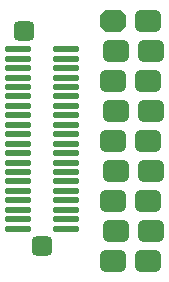
<source format=gbr>
%TF.GenerationSoftware,Altium Limited,Altium Designer,24.8.2 (39)*%
G04 Layer_Color=8388736*
%FSLAX45Y45*%
%MOMM*%
%TF.SameCoordinates,FBB41CCB-3D8C-4B0B-A071-B3836E82DD1E*%
%TF.FilePolarity,Negative*%
%TF.FileFunction,Soldermask,Top*%
%TF.Part,Single*%
G01*
G75*
%TA.AperFunction,ComponentPad*%
G04:AMPARAMS|DCode=22|XSize=1.85mm|YSize=2.25mm|CornerRadius=0mm|HoleSize=0mm|Usage=FLASHONLY|Rotation=270.000|XOffset=0mm|YOffset=0mm|HoleType=Round|Shape=Octagon|*
%AMOCTAGOND22*
4,1,8,1.12500,0.46250,1.12500,-0.46250,0.66250,-0.92500,-0.66250,-0.92500,-1.12500,-0.46250,-1.12500,0.46250,-0.66250,0.92500,0.66250,0.92500,1.12500,0.46250,0.0*
%
%ADD22OCTAGOND22*%

G04:AMPARAMS|DCode=23|XSize=1.85mm|YSize=2.25mm|CornerRadius=0.5mm|HoleSize=0mm|Usage=FLASHONLY|Rotation=270.000|XOffset=0mm|YOffset=0mm|HoleType=Round|Shape=RoundedRectangle|*
%AMROUNDEDRECTD23*
21,1,1.85000,1.25001,0,0,270.0*
21,1,0.85000,2.25000,0,0,270.0*
1,1,1.00000,-0.62500,-0.42500*
1,1,1.00000,-0.62500,0.42500*
1,1,1.00000,0.62500,0.42500*
1,1,1.00000,0.62500,-0.42500*
%
%ADD23ROUNDEDRECTD23*%
G04:AMPARAMS|DCode=24|XSize=1.7mm|YSize=1.75mm|CornerRadius=0.4625mm|HoleSize=0mm|Usage=FLASHONLY|Rotation=270.000|XOffset=0mm|YOffset=0mm|HoleType=Round|Shape=RoundedRectangle|*
%AMROUNDEDRECTD24*
21,1,1.70000,0.82500,0,0,270.0*
21,1,0.77500,1.75000,0,0,270.0*
1,1,0.92500,-0.41250,-0.38750*
1,1,0.92500,-0.41250,0.38750*
1,1,0.92500,0.41250,0.38750*
1,1,0.92500,0.41250,-0.38750*
%
%ADD24ROUNDEDRECTD24*%
%TA.AperFunction,SMDPad,CuDef*%
G04:AMPARAMS|DCode=26|XSize=2.28mm|YSize=0.58mm|CornerRadius=0.165mm|HoleSize=0mm|Usage=FLASHONLY|Rotation=0.000|XOffset=0mm|YOffset=0mm|HoleType=Round|Shape=RoundedRectangle|*
%AMROUNDEDRECTD26*
21,1,2.28000,0.25000,0,0,0.0*
21,1,1.95000,0.58000,0,0,0.0*
1,1,0.33000,0.97500,-0.12500*
1,1,0.33000,-0.97500,-0.12500*
1,1,0.33000,-0.97500,0.12500*
1,1,0.33000,0.97500,0.12500*
%
%ADD26ROUNDEDRECTD26*%
D22*
X1050000Y2328001D02*
D03*
D23*
X1076000Y2074001D02*
D03*
X1050000Y1820001D02*
D03*
X1076000Y1566001D02*
D03*
X1050000Y1312001D02*
D03*
X1076000Y1058001D02*
D03*
X1050000Y804001D02*
D03*
X1344000Y2328001D02*
D03*
X1370000Y2074001D02*
D03*
X1344000Y1820001D02*
D03*
X1370000Y1566001D02*
D03*
X1344000Y1312001D02*
D03*
X1370000Y1058001D02*
D03*
X1344000Y804001D02*
D03*
X1076000Y550001D02*
D03*
X1050000Y296001D02*
D03*
X1370000Y550001D02*
D03*
X1344000Y296001D02*
D03*
D24*
X443001Y419999D02*
D03*
X292999Y2240001D02*
D03*
D26*
X240002Y2089998D02*
D03*
X646001D02*
D03*
X240002Y2009999D02*
D03*
Y1929999D02*
D03*
Y1849999D02*
D03*
Y1769999D02*
D03*
Y1689999D02*
D03*
Y1609999D02*
D03*
Y1529999D02*
D03*
Y1450000D02*
D03*
Y1370000D02*
D03*
Y1290000D02*
D03*
Y1210000D02*
D03*
Y1130000D02*
D03*
Y1050000D02*
D03*
Y970001D02*
D03*
Y890001D02*
D03*
Y810001D02*
D03*
Y730001D02*
D03*
Y650001D02*
D03*
Y570001D02*
D03*
X646001Y2009999D02*
D03*
Y1929999D02*
D03*
Y1849999D02*
D03*
Y1769999D02*
D03*
Y1689999D02*
D03*
Y1609999D02*
D03*
Y1529999D02*
D03*
Y1450000D02*
D03*
Y1370000D02*
D03*
Y1290000D02*
D03*
Y1210000D02*
D03*
Y1130000D02*
D03*
Y1050000D02*
D03*
Y970001D02*
D03*
Y890001D02*
D03*
Y810001D02*
D03*
Y730001D02*
D03*
Y650001D02*
D03*
Y570001D02*
D03*
%TF.MD5,4decb502f42170f80b185268b3289988*%
M02*

</source>
